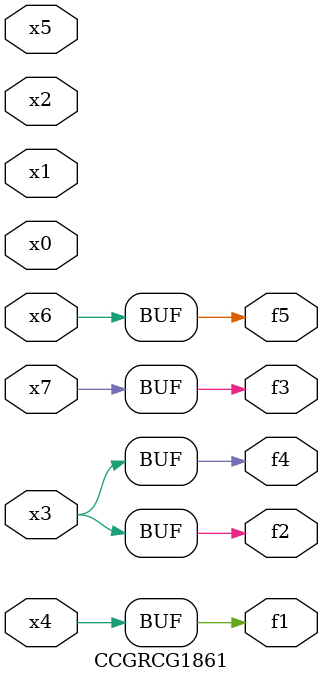
<source format=v>
module CCGRCG1861(
	input x0, x1, x2, x3, x4, x5, x6, x7,
	output f1, f2, f3, f4, f5
);
	assign f1 = x4;
	assign f2 = x3;
	assign f3 = x7;
	assign f4 = x3;
	assign f5 = x6;
endmodule

</source>
